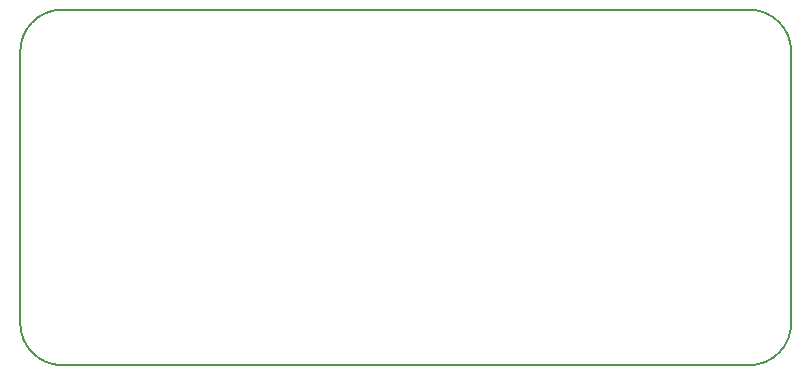
<source format=gm1>
G04 #@! TF.FileFunction,Profile,NP*
%FSLAX46Y46*%
G04 Gerber Fmt 4.6, Leading zero omitted, Abs format (unit mm)*
G04 Created by KiCad (PCBNEW 4.0.6-e0-6349~53~ubuntu16.04.1) date Wed Mar 29 22:02:49 2017*
%MOMM*%
%LPD*%
G01*
G04 APERTURE LIST*
%ADD10C,0.100000*%
%ADD11C,0.150000*%
G04 APERTURE END LIST*
D10*
D11*
X119303800Y-91770200D02*
X177520600Y-91770200D01*
X181076600Y-95326200D02*
X181076600Y-118287800D01*
X115798600Y-118313200D02*
X115798600Y-95377000D01*
X115798600Y-118313200D02*
G75*
G03X119354600Y-121869200I3556000J0D01*
G01*
X119303800Y-91770200D02*
G75*
G03X115798600Y-95377000I50800J-3556000D01*
G01*
X177546000Y-121869200D02*
X177368200Y-121869200D01*
X177546000Y-121869200D02*
G75*
G03X181076600Y-118287800I-25400J3556000D01*
G01*
X181076600Y-95326200D02*
G75*
G03X177520600Y-91770200I-3556000J0D01*
G01*
X119354600Y-121869200D02*
X177368200Y-121869200D01*
M02*

</source>
